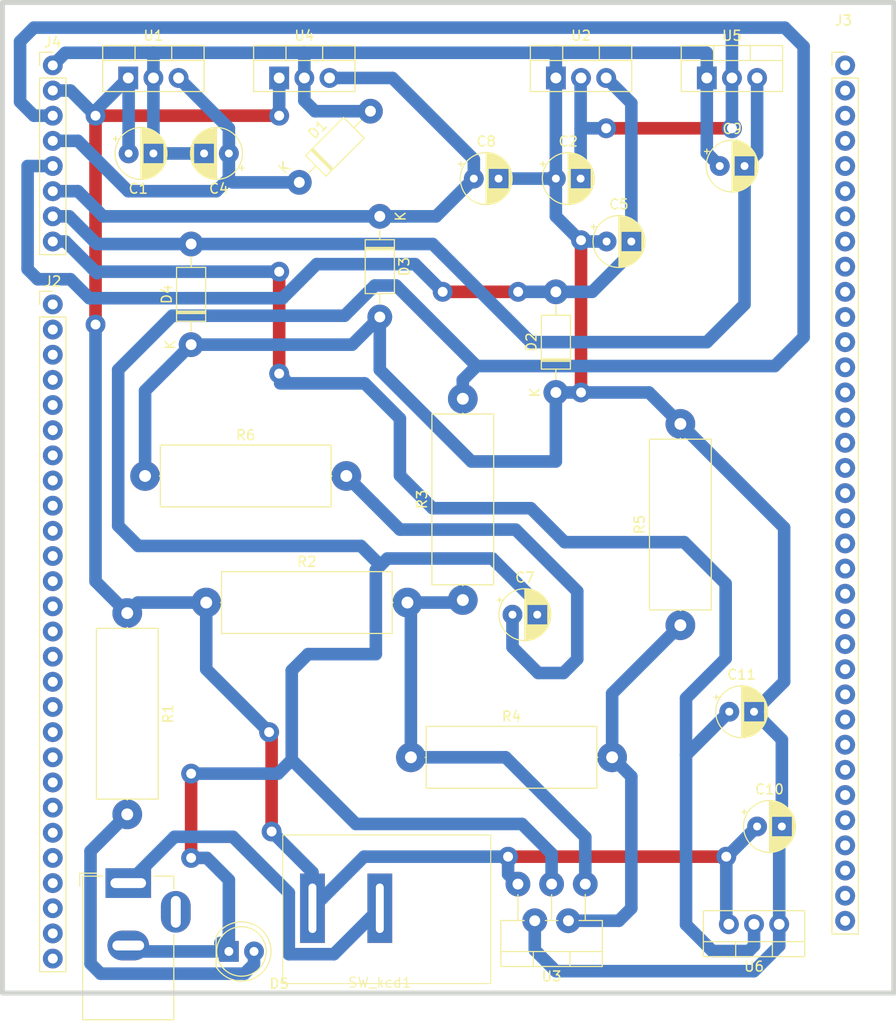
<source format=kicad_pcb>
(kicad_pcb (version 20221018) (generator pcbnew)
  (title_block (title "Fonte de tensao LM675") (date "2023-04-12") (rev "v03") (company "EITduino") (comment 1 "Autor: Gustavo Pinheiro") (comment 2 "reguladores: usar capacitores de tantalo") (comment 3 "Chave gangorra kcd1 no lugar do botao para acionamento"))
  (layers (0 "F.Cu" signal) (31 "B.Cu" signal) (34 "B.Paste" user) (35 "F.Paste" user) (36 "B.SilkS" user "B.Silkscreen") (37 "F.SilkS" user "F.Silkscreen") (38 "B.Mask" user) (39 "F.Mask" user) (44 "Edge.Cuts" user))
  (net 0 "")
  (net 1 "VCC")
  (net 2 "GND")
  (net 3 "Net-(C7-Pad1)")
  (net 4 "Earth")
  (net 5 "+9V")
  (net 6 "-9V")
  (net 7 "+5V")
  (net 8 "-5V")
  (net 9 "+3.3V")
  (net 10 "Net-(D5-A)")
  (net 11 "I1")
  (net 12 "I2")
  (net 13 "Ampl1")
  (net 14 "Ampl2")
  (net 15 "Sin1")
  (net 16 "Sin2")
  (net 42 "SinA")
  (net 43 "SinB")
  (net 44 "SINC")
  (net 45 "SPI_COPI")
  (net 46 "SPI_CIPO")
  (net 47 "SPI_clk")
  (net 48 "CS (AD9833)")
  (net 49 "CS (X9c10x)")
  (net 52 "SCL3")
  (net 53 "SDA3")
  (net 54 "SCL2")
  (net 55 "SDA2")
  (net 56 "SCL1")
  (net 57 "SDA1")
  (net 58 "Net-(U3-+)")
  (net 59 "Net-(U3--)")
  (net 75 "Net-(J1-Pad1)")
  (footprint "Connector_BarrelJack:BarrelJack_GCT_DCJ200-10-A_Horizontal" (layer "F.Cu") (at 114.3 139.7)
    (fp_text reference "J1" hide)
    (fp_text value "Barrel_Jack")
    (pad "1" thru_hole rect (at 0 0) (size 4.6 3) (drill oval 3.6 1) (layers "*.Cu" "*.Mask") (net 75 "Net-(J1-Pad1)"))
    (pad "2" thru_hole oval (at 0 6.3) (size 4.2 3) (drill oval 3.2 1) (layers "*.Cu" "*.Mask") (net 2 "GND"))
    (pad "3" thru_hole oval (at 4.8 2.9) (size 3 4.2) (drill oval 1 3.2) (layers "*.Cu" "*.Mask"))
  )
  (footprint "Package_TO_SOT_THT:TO-220-5_P3.4x3.7mm_StaggerOdd_Lead3.8mm_Vertical" (layer "F.Cu") (at 160.45 139.8 180)
    (fp_text reference "U3" (at 3.4 -9.32) (layer "F.SilkS"))
    (fp_text value "LM675")
    (pad "1" thru_hole circle (at 0 0 180) (size 2.5 2.5) (drill 1.1) (layers "*.Cu" "*.Mask") (net 58 "Net-(U3-+)"))
    (pad "2" thru_hole circle (at 1.7 -3.7 180) (size 2.5 2.5) (drill 1.1) (layers "*.Cu" "*.Mask") (net 59 "Net-(U3--)"))
    (pad "3" thru_hole circle (at 3.4 0 180) (size 2.5 2.5) (drill 1.1) (layers "*.Cu" "*.Mask") (net 2 "GND"))
    (pad "4" thru_hole circle (at 5.1 -3.7 180) (size 2.5 2.5) (drill 1.1) (layers "*.Cu" "*.Mask") (net 4 "Earth"))
    (pad "5" thru_hole circle (at 6.8 0 180) (size 2.5 2.5) (drill 1.1) (layers "*.Cu" "*.Mask") (net 1 "VCC"))
  )
  (footprint "Capacitor_THT:CP_Radial_D5.0mm_P2.50mm" (layer "F.Cu") (at 157.48 68.58)
    (fp_text reference "C2" (at 1.25 -3.75) (layer "F.SilkS"))
    (fp_text value "2.2uF")
    (pad "1" thru_hole circle (at 0 0) (size 2 2) (drill 0.8) (layers "*.Cu" "*.Mask") (net 4 "Earth"))
    (pad "2" thru_hole rect (at 2.5 0) (size 2 2.5) (drill 0.8) (layers "*.Cu" "*.Mask") (net 2 "GND"))
  )
  (footprint "Resistor_THT:R_Axial_DIN0617_L17.0mm_D6.0mm_P20.32mm_Horizontal" (layer "F.Cu") (at 114.2 112.44 -90)
    (fp_text reference "R1" (at 10.16 -4.12 90) (layer "F.SilkS"))
    (fp_text value "1k")
    (pad "1" thru_hole circle (at 0 0 270) (size 3 3) (drill 1.2) (layers "*.Cu" "*.Mask") (net 1 "VCC"))
    (pad "2" thru_hole circle (at 20.32 0 270) (size 3 3) (drill 1.2) (layers "*.Cu" "*.Mask") (net 10 "Net-(D5-A)"))
  )
  (footprint "Diode_THT:D_DO-41_SOD81_P10.16mm_Horizontal" (layer "F.Cu") (at 157.48 90.17 90)
    (fp_text reference "D2" (at 5.08 -2.47 90) (layer "F.SilkS"))
    (fp_text value "1N5819")
    (fp_text user "K" (at 0 -2.1 90) (layer "F.SilkS"))
    (pad "1" thru_hole circle (at 0 0 90) (size 2.5 2.5) (drill 1.1) (layers "*.Cu" "*.Mask") (net 4 "Earth"))
    (pad "2" thru_hole circle (at 10.16 0 90) (size 2.5 2.5) (drill 1.1) (layers "*.Cu" "*.Mask") (net 6 "-9V"))
  )
  (footprint "Package_TO_SOT_THT:TO-220-3_Vertical" (layer "F.Cu") (at 114.3 58.42)
    (fp_text reference "U1" (at 2.54 -4.27) (layer "F.SilkS"))
    (fp_text value "L7809")
    (pad "1" thru_hole rect (at 0 0) (size 2 2.3) (drill 1.1) (layers "*.Cu" "*.Mask") (net 1 "VCC"))
    (pad "2" thru_hole circle (at 2.54 0) (size 2 2) (drill 1.1) (layers "*.Cu" "*.Mask") (net 4 "Earth"))
    (pad "3" thru_hole circle (at 5.08 0) (size 2 2) (drill 1.1) (layers "*.Cu" "*.Mask") (net 5 "+9V"))
  )
  (footprint "Diode_THT:D_DO-41_SOD81_P10.16mm_Horizontal" (layer "F.Cu") (at 120.65 85.344 90)
    (fp_text reference "D4" (at 5.08 -2.47 90) (layer "F.SilkS"))
    (fp_text value "1N5819")
    (fp_text user "K" (at 0 -2.1 90) (layer "F.SilkS"))
    (pad "1" thru_hole circle (at 0 0 90) (size 2.5 2.5) (drill 1.1) (layers "*.Cu" "*.Mask") (net 4 "Earth"))
    (pad "2" thru_hole circle (at 10.16 0 90) (size 2.5 2.5) (drill 1.1) (layers "*.Cu" "*.Mask") (net 8 "-5V"))
  )
  (footprint "Capacitor_THT:CP_Radial_D5.0mm_P2.50mm" (layer "F.Cu") (at 177.8 133.985)
    (fp_text reference "C10" (at 1.25 -3.75) (layer "F.SilkS"))
    (fp_text value "10uF")
    (pad "1" thru_hole circle (at 0 0) (size 2 2) (drill 0.8) (layers "*.Cu" "*.Mask") (net 1 "VCC"))
    (pad "2" thru_hole rect (at 2.5 0) (size 2 2.5) (drill 0.8) (layers "*.Cu" "*.Mask") (net 4 "Earth"))
  )
  (footprint "Connector_PinHeader_2.54mm:PinHeader_1x35_P2.54mm_Vertical" (layer "F.Cu") (at 186.69 57.15)
    (fp_text reference "J3" (at -0.165 -4.535) (layer "F.SilkS"))
    (fp_text value "comunicacao / sinais digitais" hide)
    (pad "1" thru_hole circle (at 0 0) (size 2 2) (drill 1) (layers "*.Cu" "*.Mask") (net 44 "SINC"))
    (pad "2" thru_hole circle (at 0 2.54) (size 2 2) (drill 1) (layers "*.Cu" "*.Mask") (net 45 "SPI_COPI"))
    (pad "3" thru_hole circle (at 0 5.08) (size 2 2) (drill 1) (layers "*.Cu" "*.Mask") (net 46 "SPI_CIPO"))
    (pad "4" thru_hole circle (at 0 7.62) (size 2 2) (drill 1) (layers "*.Cu" "*.Mask") (net 47 "SPI_clk"))
    (pad "5" thru_hole circle (at 0 10.16) (size 2 2) (drill 1) (layers "*.Cu" "*.Mask") (net 48 "CS (AD9833)"))
    (pad "6" thru_hole circle (at 0 12.7) (size 2 2) (drill 1) (layers "*.Cu" "*.Mask") (net 49 "CS (X9c10x)"))
    (pad "7" thru_hole circle (at 0 15.24) (size 2 2) (drill 1) (layers "*.Cu" "*.Mask"))
    (pad "8" thru_hole circle (at 0 17.78) (size 2 2) (drill 1) (layers "*.Cu" "*.Mask"))
    (pad "9" thru_hole circle (at 0 20.32) (size 2 2) (drill 1) (layers "*.Cu" "*.Mask"))
    (pad "10" thru_hole circle (at 0 22.86) (size 2 2) (drill 1) (layers "*.Cu" "*.Mask"))
    (pad "11" thru_hole circle (at 0 25.4) (size 2 2) (drill 1) (layers "*.Cu" "*.Mask"))
    (pad "12" thru_hole circle (at 0 27.94) (size 2 2) (drill 1) (layers "*.Cu" "*.Mask"))
    (pad "13" thru_hole circle (at 0 30.48) (size 2 2) (drill 1) (layers "*.Cu" "*.Mask"))
    (pad "14" thru_hole circle (at 0 33.02) (size 2 2) (drill 1) (layers "*.Cu" "*.Mask"))
    (pad "15" thru_hole circle (at 0 35.56) (size 2 2) (drill 1) (layers "*.Cu" "*.Mask"))
    (pad "16" thru_hole circle (at 0 38.1) (size 2 2) (drill 1) (layers "*.Cu" "*.Mask"))
    (pad "17" thru_hole circle (at 0 40.64) (size 2 2) (drill 1) (layers "*.Cu" "*.Mask"))
    (pad "18" thru_hole circle (at 0 43.18) (size 2 2) (drill 1) (layers "*.Cu" "*.Mask"))
    (pad "19" thru_hole circle (at 0 45.72) (size 2 2) (drill 1) (layers "*.Cu" "*.Mask"))
    (pad "20" thru_hole circle (at 0 48.26) (size 2 2) (drill 1) (layers "*.Cu" "*.Mask"))
    (pad "21" thru_hole circle (at 0 50.8) (size 2 2) (drill 1) (layers "*.Cu" "*.Mask"))
    (pad "22" thru_hole circle (at 0 53.34) (size 2 2) (drill 1) (layers "*.Cu" "*.Mask"))
    (pad "23" thru_hole circle (at 0 55.88) (size 2 2) (drill 1) (layers "*.Cu" "*.Mask"))
    (pad "24" thru_hole circle (at 0 58.42) (size 2 2) (drill 1) (layers "*.Cu" "*.Mask"))
    (pad "25" thru_hole circle (at 0 60.96) (size 2 2) (drill 1) (layers "*.Cu" "*.Mask"))
    (pad "26" thru_hole circle (at 0 63.5) (size 2 2) (drill 1) (layers "*.Cu" "*.Mask"))
    (pad "27" thru_hole circle (at 0 66.04) (size 2 2) (drill 1) (layers "*.Cu" "*.Mask"))
    (pad "28" thru_hole circle (at 0 68.58) (size 2 2) (drill 1) (layers "*.Cu" "*.Mask"))
    (pad "29" thru_hole circle (at 0 71.12) (size 2 2) (drill 1) (layers "*.Cu" "*.Mask"))
    (pad "30" thru_hole circle (at 0 73.66) (size 2 2) (drill 1) (layers "*.Cu" "*.Mask") (net 52 "SCL3"))
    (pad "31" thru_hole circle (at 0 76.2) (size 2 2) (drill 1) (layers "*.Cu" "*.Mask") (net 53 "SDA3"))
    (pad "32" thru_hole circle (at 0 78.74) (size 2 2) (drill 1) (layers "*.Cu" "*.Mask") (net 54 "SCL2"))
    (pad "33" thru_hole circle (at 0 81.28) (size 2 2) (drill 1) (layers "*.Cu" "*.Mask") (net 55 "SDA2"))
    (pad "34" thru_hole circle (at 0 83.82) (size 2 2) (drill 1) (layers "*.Cu" "*.Mask") (net 56 "SCL1"))
    (pad "35" thru_hole circle (at 0 86.36) (size 2 2) (drill 1) (layers "*.Cu" "*.Mask") (net 57 "SDA1"))
  )
  (footprint "Chave_Gangorra:chave gangorra 2 pinos" (layer "F.Cu") (at 139.7 150.24)
    (fp_text reference "SW_kcd1" (at 0 -0.5 unlocked) (layer "F.SilkS") (effects (font (thickness 0.1))))
    (fp_text value "chave_gangorra_2_pinos")
    (pad "1" thru_hole rect (at 0 -8) (size 2.5 7) (drill oval 0.8 5) (layers "*.Cu" "*.Mask") (net 75 "Net-(J1-Pad1)"))
    (pad "2" thru_hole rect (at -6.8 -8) (size 2.5 7) (drill oval 0.8 5) (layers "*.Cu" "*.Mask") (net 1 "VCC"))
  )
  (footprint "Resistor_THT:R_Axial_DIN0617_L17.0mm_D6.0mm_P20.32mm_Horizontal" (layer "F.Cu") (at 142.84 127)
    (fp_text reference "R4" (at 10.16 -4.12) (layer "F.SilkS"))
    (fp_text value "1k")
    (pad "1" thru_hole circle (at 0 0) (size 3 3) (drill 1.2) (layers "*.Cu" "*.Mask") (net 58 "Net-(U3-+)"))
    (pad "2" thru_hole circle (at 20.32 0) (size 3 3) (drill 1.2) (layers "*.Cu" "*.Mask") (net 59 "Net-(U3--)"))
  )
  (footprint "Package_TO_SOT_THT:TO-220-3_Vertical" (layer "F.Cu") (at 180.031112 143.855 180)
    (fp_text reference "U6" (at 2.54 -4.27) (layer "F.SilkS"))
    (fp_text value "LM1117T-3.3")
    (pad "1" thru_hole circle (at 0 0 180) (size 2 2) (drill 1.1) (layers "*.Cu" "*.Mask") (net 4 "Earth"))
    (pad "2" thru_hole circle (at 2.54 0 180) (size 2 2) (drill 1.1) (layers "*.Cu" "*.Mask") (net 9 "+3.3V"))
    (pad "3" thru_hole circle (at 5.08 0 180) (size 2 2) (drill 1.1) (layers "*.Cu" "*.Mask") (net 1 "VCC"))
  )
  (footprint "Capacitor_THT:CP_Radial_D5.0mm_P2.50mm" (layer "F.Cu") (at 174.03 67.31)
    (fp_text reference "C9" (at 1.25 -3.75) (layer "F.SilkS"))
    (fp_text value "1uF")
    (pad "1" thru_hole circle (at 0 0) (size 2 2) (drill 0.8) (layers "*.Cu" "*.Mask") (net 4 "Earth"))
    (pad "2" thru_hole rect (at 2.5 0) (size 2 2.5) (drill 0.8) (layers "*.Cu" "*.Mask") (net 8 "-5V"))
  )
  (footprint "Resistor_THT:R_Axial_DIN0617_L17.0mm_D6.0mm_P20.32mm_Horizontal" (layer "F.Cu") (at 170.053 113.665 90)
    (fp_text reference "R5" (at 10.16 -4.12 90) (layer "F.SilkS"))
    (fp_text value "15k")
    (pad "1" thru_hole circle (at 0 0 90) (size 3 3) (drill 1.2) (layers "*.Cu" "*.Mask") (net 59 "Net-(U3--)"))
    (pad "2" thru_hole circle (at 20.32 0 90) (size 3 3) (drill 1.2) (layers "*.Cu" "*.Mask") (net 4 "Earth"))
  )
  (footprint "Package_TO_SOT_THT:TO-220-3_Vertical" (layer "F.Cu") (at 157.48 58.42)
    (fp_text reference "U2" (at 2.54 -4.27) (layer "F.SilkS"))
    (fp_text value "LM7909_TO220")
    (pad "1" thru_hole rect (at 0 0) (size 2 2.3) (drill 1.1) (layers "*.Cu" "*.Mask") (net 4 "Earth"))
    (pad "2" thru_hole circle (at 2.54 0) (size 2 2) (drill 1.1) (layers "*.Cu" "*.Mask") (net 2 "GND"))
    (pad "3" thru_hole circle (at 5.08 0) (size 2 2) (drill 1.1) (layers "*.Cu" "*.Mask") (net 6 "-9V"))
  )
  (footprint "Capacitor_THT:CP_Radial_D5.0mm_P2.50mm" (layer "F.Cu") (at 149.194888 68.58)
    (fp_text reference "C8" (at 1.25 -3.75) (layer "F.SilkS"))
    (fp_text value "0.1uF")
    (pad "1" thru_hole circle (at 0 0) (size 2 2) (drill 0.8) (layers "*.Cu" "*.Mask") (net 7 "+5V"))
    (pad "2" thru_hole rect (at 2.5 0) (size 2 2.5) (drill 0.8) (layers "*.Cu" "*.Mask") (net 4 "Earth"))
  )
  (footprint "Connector_PinHeader_2.54mm:PinHeader_1x08_P2.54mm_Vertical" (layer "F.Cu") (at 106.68 57.15)
    (fp_text reference "J4" (at 0 -2.33) (layer "F.SilkS"))
    (fp_text value "tensoes")
    (pad "1" thru_hole circle (at 0 0) (size 2 2) (drill 1) (layers "*.Cu" "*.Mask") (net 4 "Earth"))
    (pad "2" thru_hole circle (at 0 2.54) (size 2 2) (drill 1) (layers "*.Cu" "*.Mask") (net 1 "VCC"))
    (pad "3" thru_hole circle (at 0 5.08) (size 2 2) (drill 1) (layers "*.Cu" "*.Mask") (net 2 "GND"))
    (pad "4" thru_hole circle (at 0 7.62) (size 2 2) (drill 1) (layers "*.Cu" "*.Mask") (net 5 "+9V"))
    (pad "5" thru_hole circle (at 0 10.16) (size 2 2) (drill 1) (layers "*.Cu" "*.Mask") (net 6 "-9V"))
    (pad "6" thru_hole circle (at 0 12.7) (size 2 2) (drill 1) (layers "*.Cu" "*.Mask") (net 7 "+5V"))
    (pad "7" thru_hole circle (at 0 15.24) (size 2 2) (drill 1) (layers "*.Cu" "*.Mask") (net 8 "-5V"))
    (pad "8" thru_hole circle (at 0 17.78) (size 2 2) (drill 1) (layers "*.Cu" "*.Mask") (net 9 "+3.3V"))
  )
  (footprint "Connector_PinHeader_2.54mm:PinHeader_1x27_P2.54mm_Vertical" (layer "F.Cu") (at 106.68 81.28)
    (fp_text reference "J2" (at 0 -2.33) (layer "F.SilkS"))
    (fp_text value "sinais analogicos")
    (pad "1" thru_hole circle (at 0 0) (size 2 2) (drill 1) (layers "*.Cu" "*.Mask"))
    (pad "2" thru_hole circle (at 0 2.54) (size 2 2) (drill 1) (layers "*.Cu" "*.Mask"))
    (pad "3" thru_hole circle (at 0 5.08) (size 2 2) (drill 1) (layers "*.Cu" "*.Mask"))
    (pad "4" thru_hole circle (at 0 7.62) (size 2 2) (drill 1) (layers "*.Cu" "*.Mask"))
    (pad "5" thru_hole circle (at 0 10.16) (size 2 2) (drill 1) (layers "*.Cu" "*.Mask"))
    (pad "6" thru_hole circle (at 0 12.7) (size 2 2) (drill 1) (layers "*.Cu" "*.Mask"))
    (pad "7" thru_hole circle (at 0 15.24) (size 2 2) (drill 1) (layers "*.Cu" "*.Mask"))
    (pad "8" thru_hole circle (at 0 17.78) (size 2 2) (drill 1) (layers "*.Cu" "*.Mask"))
    (pad "9" thru_hole circle (at 0 20.32) (size 2 2) (drill 1) (layers "*.Cu" "*.Mask"))
    (pad "10" thru_hole circle (at 0 22.86) (size 2 2) (drill 1) (layers "*.Cu" "*.Mask"))
    (pad "11" thru_hole circle (at 0 25.4) (size 2 2) (drill 1) (layers "*.Cu" "*.Mask"))
    (pad "12" thru_hole circle (at 0 27.94) (size 2 2) (drill 1) (layers "*.Cu" "*.Mask"))
    (pad "13" thru_hole circle (at 0 30.48) (size 2 2) (drill 1) (layers "*.Cu" "*.Mask"))
    (pad "14" thru_hole circle (at 0 33.02) (size 2 2) (drill 1) (layers "*.Cu" "*.Mask"))
    (pad "15" thru_hole circle (at 0 35.56) (size 2 2) (drill 1) (layers "*.Cu" "*.Mask"))
    (pad "16" thru_hole circle (at 0 38.1) (size 2 2) (drill 1) (layers "*.Cu" "*.Mask"))
    (pad "17" thru_hole circle (at 0 40.64) (size 2 2) (drill 1) (layers "*.Cu" "*.Mask"))
    (pad "18" thru_hole circle (at 0 43.18) (size 2 2) (drill 1) (layers "*.Cu" "*.Mask"))
    (pad "19" thru_hole circle (at 0 45.72) (size 2 2) (drill 1) (layers "*.Cu" "*.Mask"))
    (pad "20" thru_hole circle (at 0 48.26) (size 2 2) (drill 1) (layers "*.Cu" "*.Mask") (net 11 "I1"))
    (pad "21" thru_hole circle (at 0 50.8) (size 2 2) (drill 1) (layers "*.Cu" "*.Mask") (net 12 "I2"))
    (pad "22" thru_hole circle (at 0 53.34) (size 2 2) (drill 1) (layers "*.Cu" "*.Mask") (net 13 "Ampl1"))
    (pad "23" thru_hole circle (at 0 55.88) (size 2 2) (drill 1) (layers "*.Cu" "*.Mask") (net 14 "Ampl2"))
    (pad "24" thru_hole circle (at 0 58.42) (size 2 2) (drill 1) (layers "*.Cu" "*.Mask") (net 15 "Sin1"))
    (pad "25" thru_hole circle (at 0 60.96) (size 2 2) (drill 1) (layers "*.Cu" "*.Mask") (net 16 "Sin2"))
    (pad "26" thru_hole circle (at 0 63.5) (size 2 2) (drill 1) (layers "*.Cu" "*.Mask") (net 42 "SinA"))
    (pad "27" thru_hole circle (at 0 66.04) (size 2 2) (drill 1) (layers "*.Cu" "*.Mask") (net 43 "SinB"))
  )
  (footprint "Resistor_THT:R_Axial_DIN0617_L17.0mm_D6.0mm_P20.32mm_Horizontal" (layer "F.Cu") (at 122.174 111.379)
    (fp_text reference "R2" (at 10.16 -4.12) (layer "F.SilkS"))
    (fp_text value "22k")
    (pad "1" thru_hole circle (at 0 0) (size 3 3) (drill 1.2) (layers "*.Cu" "*.Mask") (net 1 "VCC"))
    (pad "2" thru_hole circle (at 20.32 0) (size 3 3) (drill 1.2) (layers "*.Cu" "*.Mask") (net 58 "Net-(U3-+)"))
  )
  (footprint "Package_TO_SOT_THT:TO-220-3_Vertical" (layer "F.Cu") (at 129.54 58.42)
    (fp_text reference "U4" (at 2.54 -4.27) (layer "F.SilkS"))
    (fp_text value "L7805")
    (pad "1" thru_hole rect (at 0 0) (size 2 2.3) (drill 1.1) (layers "*.Cu" "*.Mask") (net 1 "VCC"))
    (pad "2" thru_hole circle (at 2.54 0) (size 2 2) (drill 1.1) (layers "*.Cu" "*.Mask") (net 4 "Earth"))
    (pad "3" thru_hole circle (at 5.08 0) (size 2 2) (drill 1.1) (layers "*.Cu" "*.Mask") (net 7 "+5V"))
  )
  (footprint "Capacitor_THT:CP_Radial_D5.0mm_P2.50mm" (layer "F.Cu") (at 162.6 74.93)
    (fp_text reference "C5" (at 1.25 -3.75) (layer "F.SilkS"))
    (fp_text value "1uF")
    (pad "1" thru_hole circle (at 0 0) (size 2 2) (drill 0.8) (layers "*.Cu" "*.Mask") (net 4 "Earth"))
    (pad "2" thru_hole rect (at 2.5 0) (size 2 2.5) (drill 0.8) (layers "*.Cu" "*.Mask") (net 6 "-9V"))
  )
  (footprint "Package_TO_SOT_THT:TO-220-3_Vertical" (layer "F.Cu") (at 172.72 58.42)
    (fp_text reference "U5" (at 2.54 -4.27) (layer "F.SilkS"))
    (fp_text value "L7905")
    (pad "1" thru_hole rect (at 0 0) (size 2 2.3) (drill 1.1) (layers "*.Cu" "*.Mask") (net 4 "Earth"))
    (pad "2" thru_hole circle (at 2.54 0) (size 2 2) (drill 1.1) (layers "*.Cu" "*.Mask") (net 2 "GND"))
    (pad "3" thru_hole circle (at 5.08 0) (size 2 2) (drill 1.1) (layers "*.Cu" "*.Mask") (net 8 "-5V"))
  )
  (footprint "Capacitor_THT:CP_Radial_D5.0mm_P2.50mm" (layer "F.Cu") (at 153.1 112.6)
    (fp_text reference "C7" (at 1.25 -3.75) (layer "F.SilkS"))
    (fp_text value "2.2uF")
    (pad "1" thru_hole circle (at 0 0) (size 2 2) (drill 0.8) (layers "*.Cu" "*.Mask") (net 3 "Net-(C7-Pad1)"))
    (pad "2" thru_hole rect (at 2.5 0) (size 2 2.5) (drill 0.8) (layers "*.Cu" "*.Mask") (net 2 "GND"))
  )
  (footprint "Capacitor_THT:CP_Radial_D5.0mm_P2.50mm" (layer "F.Cu") (at 114.34 66.04)
    (fp_text reference "C1" (at 0.976 3.556) (layer "F.SilkS"))
    (fp_text value "0.33uF")
    (pad "1" thru_hole circle (at 0 0) (size 2 2) (drill 0.8) (layers "*.Cu" "*.Mask") (net 1 "VCC"))
    (pad "2" thru_hole rect (at 2.5 0) (size 2 2.5) (drill 0.8) (layers "*.Cu" "*.Mask") (net 4 "Earth"))
  )
  (footprint "Resistor_THT:R_Axial_DIN0617_L17.0mm_D6.0mm_P20.32mm_Horizontal" (layer "F.Cu") (at 148.082 111.125 90)
    (fp_text reference "R3" (at 10.16 -4.12 90) (layer "F.SilkS"))
    (fp_text value "22k")
    (pad "1" thru_hole circle (at 0 0 90) (size 3 3) (drill 1.2) (layers "*.Cu" "*.Mask") (net 58 "Net-(U3-+)"))
    (pad "2" thru_hole circle (at 20.32 0 90) (size 3 3) (drill 1.2) (layers "*.Cu" "*.Mask") (net 2 "GND"))
  )
  (footprint "Diode_THT:D_DO-41_SOD81_P10.16mm_Horizontal" (layer "F.Cu") (at 139.7 72.39 -90)
    (fp_text reference "D3" (at 5.08 -2.47 90) (layer "F.SilkS"))
    (fp_text value "1N5819")
    (fp_text user "K" (at 0 -2.1 90) (layer "F.SilkS"))
    (pad "1" thru_hole circle (at 0 0 270) (size 2.5 2.5) (drill 1.1) (layers "*.Cu" "*.Mask") (net 7 "+5V"))
    (pad "2" thru_hole circle (at 10.16 0 270) (size 2.5 2.5) (drill 1.1) (layers "*.Cu" "*.Mask") (net 4 "Earth"))
  )
  (footprint "Capacitor_THT:CP_Radial_D5.0mm_P2.50mm" (layer "F.Cu") (at 174.991112 122.4)
    (fp_text reference "C11" (at 1.25 -3.75) (layer "F.SilkS"))
    (fp_text value "10uF")
    (pad "1" thru_hole circle (at 0 0) (size 2 2) (drill 0.8) (layers "*.Cu" "*.Mask") (net 9 "+3.3V"))
    (pad "2" thru_hole rect (at 2.5 0) (size 2 2.5) (drill 0.8) (layers "*.Cu" "*.Mask") (net 4 "Earth"))
  )
  (footprint "Resistor_THT:R_Axial_DIN0617_L17.0mm_D6.0mm_P20.32mm_Horizontal" (layer "F.Cu") (at 116 98.6)
    (fp_text reference "R6" (at 10.16 -4.12) (layer "F.SilkS"))
    (fp_text value "1")
    (pad "1" thru_hole circle (at 0 0) (size 3 3) (drill 1.2) (layers "*.Cu" "*.Mask") (net 4 "Earth"))
    (pad "2" thru_hole circle (at 20.32 0) (size 3 3) (drill 1.2) (layers "*.Cu" "*.Mask") (net 3 "Net-(C7-Pad1)"))
  )
  (footprint "Capacitor_THT:CP_Radial_D5.0mm_P2.50mm" (layer "F.Cu") (at 124.46 66.04 180)
    (fp_text reference "C4" (at 1.016 -3.556) (layer "F.SilkS"))
    (fp_text value "0.1uF")
    (pad "1" thru_hole circle (at 0 0 180) (size 2 2) (drill 0.8) (layers "*.Cu" "*.Mask") (net 5 "+9V"))
    (pad "2" thru_hole rect (at 2.5 0 180) (size 2 2.5) (drill 0.8) (layers "*.Cu" "*.Mask") (net 4 "Earth"))
  )
  (footprint "Diode_THT:D_DO-41_SOD81_P10.16mm_Horizontal" (layer "F.Cu") (at 131.572 68.961 45)
    (fp_text reference "D1" (at 5.08 -2.47 45) (layer "F.SilkS"))
    (fp_text value "1N5819")
    (fp_text user "K" (at 0 -2.1 45) (layer "F.SilkS"))
    (pad "1" thru_hole circle (at 0 0 45) (size 2.5 2.5) (drill 1.1) (layers "*.Cu" "*.Mask") (net 5 "+9V"))
    (pad "2" thru_hole circle (at 10.16 0 45) (size 2.5 2.5) (drill 1.1) (layers "*.Cu" "*.Mask") (net 4 "Earth"))
  )
  (footprint "LED_THT:LED_D5.0mm" (layer "F.Cu") (at 124.46 146.6)
    (fp_text reference "D5" (at 5.08 3.26) (layer "F.SilkS"))
    (fp_text value "LED")
    (pad "1" thru_hole rect (at 0 0) (size 2 2.1) (drill 0.9) (layers "*.Cu" "*.Mask") (net 2 "GND"))
    (pad "2" thru_hole circle (at 2.54 0) (size 2 2) (drill 0.9) (layers "*.Cu" "*.Mask") (net 10 "Net-(D5-A)"))
  )
  (gr_line (start 191.6 150.7998) (end 101.60018 150.7998) (stroke (width 0.5)) (layer "Edge.Cuts"))
  (gr_line (start 191.6 150.8) (end 191.6 50.8) (stroke (width 0.5)) (layer "Edge.Cuts"))
  (gr_line (start 101.6 50.8) (end 191.6 50.8) (stroke (width 0.5)) (layer "Edge.Cuts"))
  (gr_line (start 101.6 50.8) (end 101.6 150.7998) (stroke (width 0.5)) (layer "Edge.Cuts"))
  (segment (start 128.524 124.46) (end 128.778 124.714) (width 1.27) (layer "F.Cu") (net 1))
  (segment (start 110.998 62.23) (end 110.998 83.312) (width 1.27) (layer "F.Cu") (net 1))
  (segment (start 128.778 124.714) (end 128.778 134.493) (width 1.27) (layer "F.Cu") (net 1))
  (segment (start 152.654 137.033) (end 174.687112 137.033) (width 1.27) (layer "F.Cu") (net 1))
  (segment (start 110.998 62.23) (end 129.54 62.23) (width 1.27) (layer "F.Cu") (net 1))
  (via (at 110.998 62.23) (size 2) (drill 1) (layers "F.Cu" "B.Cu") (net 1))
  (via (at 174.687112 137.033) (size 2) (drill 1) (layers "F.Cu" "B.Cu") (net 1))
  (via (at 129.54 62.23) (size 2) (drill 1) (layers "F.Cu" "B.Cu") (net 1))
  (via (at 152.654 137.033) (size 2) (drill 1) (layers "F.Cu" "B.Cu") (net 1))
  (via (at 110.998 83.312) (size 2) (drill 1) (layers "F.Cu" "B.Cu") (net 1))
  (via (at 128.524 124.46) (size 2) (drill 1) (layers "F.Cu" "B.Cu") (net 1))
  (via (at 128.778 134.493) (size 2) (drill 1) (layers "F.Cu" "B.Cu") (net 1))
  (segment (start 152.654 138.804) (end 153.65 139.8) (width 1.27) (layer "B.Cu") (net 1))
  (segment (start 110.998 83.312) (end 110.998 109.238) (width 1.27) (layer "B.Cu") (net 1))
  (segment (start 128.524 124.46) (end 122.174 118.11) (width 1.27) (layer "B.Cu") (net 1))
  (segment (start 108.458 59.69) (end 106.68 59.69) (width 1.27) (layer "B.Cu") (net 1))
  (segment (start 122.174 111.379) (end 115.261 111.379) (width 1.27) (layer "B.Cu") (net 1))
  (segment (start 174.752 137.033) (end 177.8 133.985) (width 1.27) (layer "B.Cu") (net 1))
  (segment (start 110.998 62.23) (end 108.458 59.69) (width 1.27) (layer "B.Cu") (net 1))
  (segment (start 152.654 137.033) (end 152.654 138.804) (width 1.27) (layer "B.Cu") (net 1))
  (segment (start 174.687112 143.591) (end 174.951112 143.855) (width 1.27) (layer "B.Cu") (net 1))
  (segment (start 129.54 62.23) (end 129.54 58.42) (width 1.27) (layer "B.Cu") (net 1))
  (segment (start 174.687112 137.033) (end 174.752 137.033) (width 1.27) (layer "B.Cu") (net 1))
  (segment (start 174.687112 137.033) (end 174.687112 143.591) (width 1.27) (layer "B.Cu") (net 1))
  (segment (start 115.261 111.379) (end 114.2 112.44) (width 1.27) (layer "B.Cu") (net 1))
  (segment (start 114.34 66.04) (end 114.34 58.46) (width 1.27) (layer "B.Cu") (net 1))
  (segment (start 138.107 137.033) (end 152.654 137.033) (width 1.27) (layer "B.Cu") (net 1))
  (segment (start 132.9 142.24) (end 138.107 137.033) (width 1.27) (layer "B.Cu") (net 1))
  (segment (start 114.34 58.46) (end 114.3 58.42) (width 1.27) (layer "B.Cu") (net 1))
  (segment (start 122.174 118.11) (end 122.174 111.379) (width 1.27) (layer "B.Cu") (net 1))
  (segment (start 132.9 138.615) (end 128.778 134.493) (width 1.27) (layer "B.Cu") (net 1))
  (segment (start 110.998 62.23) (end 110.998 61.722) (width 1.27) (layer "B.Cu") (net 1))
  (segment (start 132.9 142.24) (end 132.9 138.615) (width 1.27) (layer "B.Cu") (net 1))
  (segment (start 110.998 109.238) (end 114.2 112.44) (width 1.27) (layer "B.Cu") (net 1))
  (segment (start 110.998 61.722) (end 114.3 58.42) (width 1.27) (layer "B.Cu") (net 1))
  (segment (start 120.65 128.651) (end 120.65 137.16) (width 1.27) (layer "F.Cu") (net 2))
  (segment (start 175.26 63.5) (end 162.56 63.5) (width 1.27) (layer "F.Cu") (net 2))
  (via (at 175.26 63.5) (size 2) (drill 1) (layers "F.Cu" "B.Cu") (net 2))
  (via (at 162.56 63.5) (size 2) (drill 1) (layers "F.Cu" "B.Cu") (net 2))
  (via (at 120.65 128.651) (size 2) (drill 1) (layers "F.Cu" "B.Cu") (net 2))
  (via (at 120.65 137.16) (size 2) (drill 1) (layers "F.Cu" "B.Cu") (net 2))
  (segment (start 122.24 137.16) (end 124.46 139.38) (width 1.27) (layer "B.Cu") (net 2))
  (segment (start 154.051 133.731) (end 137.287 133.731) (width 1.27) (layer "B.Cu") (net 2))
  (segment (start 180.594 53.34) (end 182.499 55.245) (width 1.27) (layer "B.Cu") (net 2))
  (segment (start 130.81 118.237) (end 132.461 116.586) (width 1.27) (layer "B.Cu") (net 2))
  (segment (start 120.65 137.16) (end 122.24 137.16) (width 1.27) (layer "B.Cu") (net 2))
  (segment (start 118.745 82.423) (end 136.144 82.423) (width 1.27) (layer "B.Cu") (net 2))
  (segment (start 151.06537 106.934) (end 155.6 111.46863) (width 1.27) (layer "B.Cu") (net 2))
  (segment (start 140.462 106.934) (end 151.06537 106.934) (width 1.27) (layer "B.Cu") (net 2))
  (segment (start 157.05 136.73) (end 154.051 133.731) (width 1.27) (layer "B.Cu") (net 2))
  (segment (start 175.26 63.5) (end 175.26 58.42) (width 1.27) (layer "B.Cu") (net 2))
  (segment (start 113.284 103.632) (end 113.284 87.884) (width 1.27) (layer "B.Cu") (net 2))
  (segment (start 160.02 68.54) (end 159.98 68.58) (width 1.27) (layer "B.Cu") (net 2))
  (segment (start 114.9 146.6) (end 114.3 146) (width 1.27) (layer "B.Cu") (net 2))
  (segment (start 136.144 82.423) (end 139.192 79.375) (width 1.27) (layer "B.Cu") (net 2))
  (segment (start 139.3 108.096) (end 139.7635 107.6325) (width 1.27) (layer "B.Cu") (net 2))
  (segment (start 157.05 139.8) (end 157.05 136.73) (width 1.27) (layer "B.Cu") (net 2))
  (segment (start 159.98 58.46) (end 160.02 58.42) (width 1.27) (layer "B.Cu") (net 2))
  (segment (start 175.26 53.34) (end 175.26 58.42) (width 1.27) (layer "B.Cu") (net 2))
  (segment (start 139.192 79.375) (end 141.351 79.375) (width 1.27) (layer "B.Cu") (net 2))
  (segment (start 113.284 87.884) (end 118.745 82.423) (width 1.27) (layer "B.Cu") (net 2))
  (segment (start 179.578 87.503) (end 182.499 84.582) (width 1.27) (layer "B.Cu") (net 2))
  (segment (start 139.7635 107.6325) (end 137.795 105.664) (width 1.27) (layer "B.Cu") (net 2))
  (segment (start 182.499 84.582) (end 182.499 55.245) (width 1.27) (layer "B.Cu") (net 2))
  (segment (start 132.461 116.586) (end 139.3 116.586) (width 1.27) (layer "B.Cu") (net 2))
  (segment (start 103.378 60.833) (end 103.378 54.737) (width 1.27) (layer "B.Cu") (net 2))
  (segment (start 175.26 53.34) (end 180.594 53.34) (width 1.27) (layer "B.Cu") (net 2))
  (segment (start 159.98 63.5) (end 159.98 58.46) (width 1.27) (layer "B.Cu") (net 2))
  (segment (start 104.775 62.23) (end 103.378 60.833) (width 1.27) (layer "B.Cu") (net 2))
  (segment (start 123.6 145.74) (end 124.46 146.6) (width 1.27) (layer "B.Cu") (net 2))
  (segment (start 141.351 79.375) (end 149.479 87.503) (width 1.27) (layer "B.Cu") (net 2))
  (segment (start 130.81 127.254) (end 130.81 118.237) (width 1.27) (layer "B.Cu") (net 2))
  (segment (start 115.316 105.664) (end 113.284 103.632) (width 1.27) (layer "B.Cu") (net 2))
  (segment (start 124.46 139.38) (end 124.46 146.6) (width 1.27) (layer "B.Cu") (net 2))
  (segment (start 106.68 62.23) (end 104.775 62.23) (width 1.27) (layer "B.Cu") (net 2))
  (segment (start 139.3 116.586) (end 139.3 108.096) (width 1.27) (layer "B.Cu") (net 2))
  (segment (start 159.98 68.58) (end 159.98 63.5) (width 1.27) (layer "B.Cu") (net 2))
  (segment (start 148.082 88.9) (end 149.479 87.503) (width 1.27) (layer "B.Cu") (net 2))
  (segment (start 137.795 105.664) (end 115.316 105.664) (width 1.27) (layer "B.Cu") (net 2))
  (segment (start 104.775 53.34) (end 175.26 53.34) (width 1.27) (layer "B.Cu") (net 2))
  (segment (start 103.378 54.737) (end 104.775 53.34) (width 1.27) (layer "B.Cu") (net 2))
  (segment (start 139.7635 107.6325) (end 140.462 106.934) (width 1.27) (layer "B.Cu") (net 2))
  (segment (start 155.6 111.46863) (end 155.6 112.6) (width 1.27) (layer "B.Cu") (net 2))
  (segment (start 120.65 128.651) (end 129.413 128.651) (width 1.27) (layer "B.Cu") (net 2))
  (segment (start 124.46 146.6) (end 114.9 146.6) (width 1.27) (layer "B.Cu") (net 2))
  (segment (start 148.082 90.805) (end 148.082 88.9) (width 1.27) (layer "B.Cu") (net 2))
  (segment (start 149.479 87.503) (end 179.578 87.503) (width 1.27) (layer "B.Cu") (net 2))
  (segment (start 137.287 133.731) (end 130.81 127.254) (width 1.27) (layer "B.Cu") (net 2))
  (segment (start 129.413 128.651) (end 130.81 127.254) (width 1.27) (layer "B.Cu") (net 2))
  (segment (start 162.56 63.5) (end 159.98 63.5) (width 1.27) (layer "B.Cu") (net 2))
  (segment (start 153.416 104.013) (end 141.732 104.013) (width 1.27) (layer "B.Cu") (net 3))
  (segment (start 139.065 101.345) (end 139.065 101.346) (width 1.27) (layer "B.Cu") (net 3))
  (segment (start 153.1 115.889) (end 155.702 118.491) (width 1.27) (layer "B.Cu") (net 3))
  (segment (start 153.1 112.6) (end 153.1 115.889) (width 1.27) (layer "B.Cu") (net 3))
  (segment (start 159.639 117.094) (end 159.639 110.236) (width 1.27) (layer "B.Cu") (net 3))
  (segment (start 139.065 101.345) (end 136.32 98.6) (width 1.27) (layer "B.Cu") (net 3))
  (segment (start 139.065 101.346) (end 141.732 104.013) (width 1.27) (layer "B.Cu") (net 3))
  (segment (start 155.702 118.491) (end 158.242 118.491) (width 1.27) (layer "B.Cu") (net 3))
  (segment (start 159.639 110.236) (end 153.416 104.013) (width 1.27) (layer "B.Cu") (net 3))
  (segment (start 158.242 118.491) (end 159.639 117.094) (width 1.27) (layer "B.Cu") (net 3))
  (segment (start 160.02 74.803) (end 160.02 90.17) (width 1.27) (layer "F.Cu") (net 4))
  (via (at 160.02 74.803) (size 2) (drill 1) (layers "F.Cu" "B.Cu") (net 4))
  (via (at 160.02 90.17) (size 2) (drill 1) (layers "F.Cu" "B.Cu") (net 4))
  (segment (start 157.48 72.39) (end 157.48 68.58) (width 1.27) (layer "B.Cu") (net 4))
  (segment (start 162.6 74.93) (end 160.02 74.93) (width 1.27) (layer "B.Cu") (net 4))
  (segment (start 160.02 74.93) (end 157.48 72.39) (width 1.27) (layer "B.Cu") (net 4))
  (segment (start 132.08 55.88) (end 157.48 55.88) (width 1.27) (layer "B.Cu") (net 4))
  (segment (start 148.952 97.136) (end 139.7 87.884) (width 1.27) (layer "B.Cu") (net 4))
  (segment (start 132.08 55.88) (end 132.08 58.42) (width 1.27) (layer "B.Cu") (net 4))
  (segment (start 136.906 85.344) (end 139.7 82.55) (width 1.27) (layer "B.Cu") (net 4))
  (segment (start 139.7 87.884) (end 139.7 82.55) (width 1.27) (layer "B.Cu") (net 4))
  (segment (start 132.08 60.706) (end 133.150795 61.776795) (width 1.27) (layer "B.Cu") (net 4))
  (segment (start 116 89.994) (end 120.65 85.344) (width 1.27) (layer "B.Cu") (net 4))
  (segment (start 172.72 58.42) (end 172.72 66) (width 1.27) (layer "B.Cu") (net 4))
  (segment (start 180.529112 119.362) (end 177.491112 122.4) (width 1.27) (layer "B.Cu") (net 4))
  (segment (start 116.84 55.88) (end 132.08 55.88) (width 1.27) (layer "B.Cu") (net 4))
  (segment (start 160.02 90.17) (end 166.878 90.17) (width 1.27) (layer "B.Cu") (net 4))
  (segment (start 116 98.6) (end 116 89.994) (width 1.27) (layer "B.Cu") (net 4))
  (segment (start 157.48 55.88) (end 172.72 55.88) (width 1.27) (layer "B.Cu") (net 4))
  (segment (start 170.053 93.345) (end 180.529112 103.821112) (width 1.27) (layer "B.Cu") (net 4))
  (segment (start 180.031112 146.04) (end 180.031112 143.855) (width 1.27) (layer "B.Cu") (net 4))
  (segment (start 106.68 57.15) (end 107.95 55.88) (width 1.27) (layer "B.Cu") (net 4))
  (segment (start 133.150795 61.776795) (end 138.756205 61.776795) (width 1.27) (layer "B.Cu") (net 4))
  (segment (start 121.96 66.04) (end 116.84 66.04) (width 1.27) (layer "B.Cu") (net 4))
  (segment (start 166.878 90.17) (end 170.053 93.345) (width 1.27) (layer "B.Cu") (net 4))
  (segment (start 132.08 58.42) (end 132.08 60.706) (width 1.27) (layer "B.Cu") (net 4))
  (segment (start 157.48 148.59) (end 177.481112 148.59) (width 1.27) (layer "B.Cu") (net 4))
  (segment (start 157.48 97.136) (end 148.952 97.136) (width 1.27) (layer "B.Cu") (net 4))
  (segment (start 177.481112 148.59) (end 180.031112 146.04) (width 1.27) (layer "B.Cu") (net 4))
  (segment (start 155.35 146.46) (end 157.48 148.59) (width 1.27) (layer "B.Cu") (net 4))
  (segment (start 107.95 55.88) (end 116.84 55.88) (width 1.27) (layer "B.Cu") (net 4))
  (segment (start 180.031112 134.253888) (end 180.3 133.985) (width 1.27) (layer "B.Cu") (net 4))
  (segment (start 151.694888 68.58) (end 157.48 68.58) (width 1.27) (layer "B.Cu") (net 4))
  (segment (start 180.529112 103.821112) (end 180.529112 119.362) (width 1.27) (layer "B.Cu") (net 4))
  (segment (start 157.48 58.42) (end 157.48 68.58) (width 1.27) (layer "B.Cu") (net 4))
  (segment (start 120.65 85.344) (end 136.906 85.344) (width 1.27) (layer "B.Cu") (net 4))
  (segment (start 157.48 55.88) (end 157.48 58.42) (width 1.27) (layer "B.Cu") (net 4))
  (segment (start 180.031112 143.855) (end 180.031112 134.253888) (width 1.27) (layer "B.Cu") (net 4))
  (segment (start 157.48 90.17) (end 157.48 97.136) (width 1.27) (layer "B.Cu") (net 4))
  (segment (start 180.3 133.985) (end 180.3 125.208888) (width 1.27) (layer "B.Cu") (net 4))
  (segment (start 172.72 66) (end 174.03 67.31) (width 1.27) (layer "B.Cu") (net 4))
  (segment (start 116.84 66.04) (end 116.84 58.42) (width 1.27) (layer "B.Cu") (net 4))
  (segment (start 180.3 125.208888) (end 177.491112 122.4) (width 1.27) (layer "B.Cu") (net 4))
  (segment (start 155.35 146.46) (end 155.35 143.5) (width 1.27) (layer "B.Cu") (net 4))
  (segment (start 116.84 55.88) (end 116.84 58.42) (width 1.27) (layer "B.Cu") (net 4))
  (segment (start 172.72 55.88) (end 172.72 58.42) (width 1.27) (layer "B.Cu") (net 4))
  (segment (start 160.02 90.17) (end 157.48 90.17) (width 1.27) (layer "B.Cu") (net 4))
  (segment (start 106.68 64.77) (end 109.22 64.77) (width 1.27) (layer "B.Cu") (net 5))
  (segment (start 124.46 63.5) (end 124.46 66.04) (width 1.27) (layer "B.Cu") (net 5))
  (segment (start 131.572 68.961) (end 124.841 68.961) (width 1.27) (layer "B.Cu") (net 5))
  (segment (start 119.38 58.42) (end 124.46 63.5) (width 1.27) (layer "B.Cu") (net 5))
  (segment (start 124.46 68.58) (end 124.46 66.04) (width 1.27) (layer "B.Cu") (net 5))
  (segment (start 114.3 69.85) (end 123.19 69.85) (width 1.27) (layer "B.Cu") (net 5))
  (segment (start 123.19 69.85) (end 124.46 68.58) (width 1.27) (layer "B.Cu") (net 5))
  (segment (start 124.841 68.961) (end 124.46 68.58) (width 1.27) (layer "B.Cu") (net 5))
  (segment (start 109.22 64.77) (end 114.3 69.85) (width 1.27) (layer "B.Cu") (net 5))
  (segment (start 153.67 80.01) (end 146.05 80.01) (width 1.27) (layer "F.Cu") (net 6))
  (via (at 153.67 80.01) (size 2) (drill 1) (layers "F.Cu" "B.Cu") (net 6))
  (via (at 146.05 80.01) (size 2) (drill 1) (layers "F.Cu" "B.Cu") (net 6))
  (segment (start 108.458 78.74) (end 105.156 78.74) (width 1.27) (layer "B.Cu") (net 6))
  (segment (start 110.371 80.653) (end 108.458 78.74) (width 1.27) (layer "B.Cu") (net 6))
  (segment (start 157.48 80.01) (end 161.15137 80.01) (width 1.27) (layer "B.Cu") (net 6))
  (segment (start 104.14 77.724) (end 104.14 67.31) (width 1.27) (layer "B.Cu") (net 6))
  (segment (start 165.1 74.93) (end 165.1 60.96) (width 1.27) (layer "B.Cu") (net 6))
  (segment (start 143.256 77.216) (end 133.321346 77.216) (width 1.27) (layer "B.Cu") (net 6))
  (segment (start 165.1 60.96) (end 162.56 58.42) (width 1.27) (layer "B.Cu") (net 6))
  (segment (start 165.1 76.06137) (end 165.1 74.93) (width 1.27) (layer "B.Cu") (net 6))
  (segment (start 104.14 67.31) (end 106.68 67.31) (width 1.27) (layer "B.Cu") (net 6))
  (segment (start 153.67 80.01) (end 157.48 80.01) (width 1.27) (layer "B.Cu") (net 6))
  (segment (start 133.321346 77.216) (end 129.884346 80.653) (width 1.27) (layer "B.Cu") (net 6))
  (segment (start 105.156 78.74) (end 104.14 77.724) (width 1.27) (layer "B.Cu") (net 6))
  (segment (start 129.884346 80.653) (end 110.371 80.653) (width 1.27) (layer "B.Cu") (net 6))
  (segment (start 146.05 80.01) (end 143.256 77.216) (width 1.27) (layer "B.Cu") (net 6))
  (segment (start 161.15137 80.01) (end 165.1 76.06137) (width 1.27) (layer "B.Cu") (net 6))
  (segment (start 142.24 72.39) (end 111.76 72.39) (width 1.27) (layer "B.Cu") (net 7))
  (segment (start 109.22 69.85) (end 106.68 69.85) (width 1.27) (layer "B.Cu") (net 7))
  (segment (start 149.194888 66.644888) (end 140.97 58.42) (width 1.27) (layer "B.Cu") (net 7))
  (segment (start 149.194888 68.58) (end 149.194888 66.644888) (width 1.27) (layer "B.Cu") (net 7))
  (segment (start 140.97 58.42) (end 134.62 58.42) (width 1.27) (layer "B.Cu") (net 7))
  (segment (start 145.384888 72.39) (end 142.24 72.39) (width 1.27) (layer "B.Cu") (net 7))
  (segment (start 139.7 72.39) (end 142.24 72.39) (width 1.27) (layer "B.Cu") (net 7))
  (segment (start 111.76 72.39) (end 109.22 69.85) (width 1.27) (layer "B.Cu") (net 7))
  (segment (start 149.194888 68.58) (end 145.384888 72.39) (width 1.27) (layer "B.Cu") (net 7))
  (segment (start 172.72 85.09) (end 176.53 81.28) (width 1.27) (layer "B.Cu") (net 8))
  (segment (start 145.034 75.184) (end 146.05 76.2) (width 1.27) (layer "B.Cu") (net 8))
  (segment (start 154.94 85.09) (end 172.72 85.09) (width 1.27) (layer "B.Cu") (net 8))
  (segment (start 177.8 58.42) (end 177.8 66.04) (width 1.27) (layer "B.Cu") (net 8))
  (segment (start 120.65 75.184) (end 111.125 75.184) (width 1.27) (layer "B.Cu") (net 8))
  (segment (start 177.8 66.04) (end 176.53 67.31) (width 1.27) (layer "B.Cu") (net 8))
  (segment (start 120.65 75.184) (end 145.034 75.184) (width 1.27) (layer "B.Cu") (net 8))
  (segment (start 176.53 81.28) (end 176.53 67.31) (width 1.27) (layer "B.Cu") (net 8))
  (segment (start 111.125 75.184) (end 110.9345 74.9935) (width 1.27) (layer "B.Cu") (net 8))
  (segment (start 146.05 76.2) (end 154.94 85.09) (width 1.27) (layer "B.Cu") (net 8))
  (segment (start 106.68 72.39) (end 108.331 72.39) (width 1.27) (layer "B.Cu") (net 8))
  (segment (start 108.331 72.39) (end 110.9345 74.9935) (width 1.27) (layer "B.Cu") (net 8))
  (segment (start 129.54 77.978) (end 129.54 88.265) (width 1.27) (layer "F.Cu") (net 9))
  (via (at 129.54 77.978) (size 2) (drill 1) (layers "F.Cu" "B.Cu") (net 9))
  (via (at 129.54 88.265) (size 2) (drill 1) (layers "F.Cu" "B.Cu") (net 9))
  (segment (start 154.94 101.854) (end 158.369 105.283) (width 1.27) (layer "B.Cu") (net 9))
  (segment (start 145.034 101.854) (end 154.94 101.854) (width 1.27) (layer "B.Cu") (net 9))
  (segment (start 106.68 74.93) (end 107.95 74.93) (width 1.27) (layer "B.Cu") (net 9))
  (segment (start 158.369 105.283) (end 170.434 105.283) (width 1.27) (layer "B.Cu") (net 9))
  (segment (start 174.625 117.029112) (end 170.623112 121.031) (width 1.27) (layer "B.Cu") (net 9))
  (segment (start 110.998 77.978) (end 110.617 77.597) (width 1.27) (layer "B.Cu") (net 9))
  (segment (start 129.54 77.978) (end 110.998 77.978) (width 1.27) (layer "B.Cu") (net 9))
  (segment (start 174.625 109.474) (end 174.625 117.029112) (width 1.27) (layer "B.Cu") (net 9))
  (segment (start 177.491112 143.855) (end 177.491112 146.03) (width 1.27) (layer "B.Cu") (net 9))
  (segment (start 141.732 92.80525) (end 141.732 98.552) (width 1.27) (layer "B.Cu") (net 9))
  (segment (start 170.434 105.283) (end 174.625 109.474) (width 1.27) (layer "B.Cu") (net 9))
  (segment (start 129.54 88.265) (end 130.1115 88.8365) (width 1.27) (layer "B.Cu") (net 9))
  (segment (start 141.732 98.552) (end 145.034 101.854) (width 1.27) (layer "B.Cu") (net 9))
  (segment (start 110.617 77.597) (end 111.155 78.135) (width 1.27) (layer "B.Cu") (net 9))
  (segment (start 129.63525 89.24925) (end 138.176 89.24925) (width 1.27) (layer "B.Cu") (net 9))
  (segment (start 177.491112 146.03) (end 176.963112 146.558) (width 1.27) (layer "B.Cu") (net 9))
  (segment (start 173.290112 146.558) (end 170.623112 143.891) (width 1.27) (layer "B.Cu") (net 9))
  (segment (start 138.176 89.24925) (end 141.732 92.80525) (width 1.27) (layer "B.Cu") (net 9))
  (segment (start 107.95 74.93) (end 110.617 77.597) (width 1.27) (layer "B.Cu") (net 9))
  (segment (start 170.623112 143.891) (end 170.623112 126.768) (width 1.27) (layer "B.Cu") (net 9))
  (segment (start 176.963112 146.558) (end 173.290112 146.558) (width 1.27) (layer "B.Cu") (net 9))
  (segment (start 170.623112 126.768) (end 174.991112 122.4) (width 1.27) (layer "B.Cu") (net 9))
  (segment (start 170.623112 121.031) (end 170.623112 126.768) (width 1.27) (layer "B.Cu") (net 9))
  (segment (start 127 147.872792) (end 126.028792 148.844) (width 1.27) (layer "B.Cu") (net 10))
  (segment (start 110.49 136.47) (end 114.2 132.76) (width 1.27) (layer "B.Cu") (net 10))
  (segment (start 110.49 147.828) (end 110.49 136.47) (width 1.27) (layer "B.Cu") (net 10))
  (segment (start 111.506 148.844) (end 110.49 147.828) (width 1.27) (layer "B.Cu") (net 10))
  (segment (start 126.028792 148.844) (end 111.506 148.844) (width 1.27) (layer "B.Cu") (net 10))
  (segment (start 127 146.6) (end 127 147.872792) (width 1.27) (layer "B.Cu") (net 10))
  (segment (start 160.45 135.05) (end 152.4 127) (width 1.27) (layer "B.Cu") (net 58))
  (segment (start 160.45 139.8) (end 160.45 135.05) (width 1.27) (layer "B.Cu") (net 58))
  (segment (start 142.494 111.379) (end 147.828 111.379) (width 1.27) (layer "B.Cu") (net 58))
  (segment (start 142.84 127) (end 142.84 111.725) (width 1.27) (layer "B.Cu") (net 58))
  (segment (start 152.4 127) (end 142.84 127) (width 1.27) (layer "B.Cu") (net 58))
  (segment (start 142.84 111.725) (end 142.494 111.379) (width 1.27) (layer "B.Cu") (net 58))
  (segment (start 147.828 111.379) (end 148.082 111.125) (width 1.27) (layer "B.Cu") (net 58))
  (segment (start 165.1 142.24) (end 165.1 128.94) (width 1.27) (layer "B.Cu") (net 59))
  (segment (start 165.1 128.94) (end 163.16 127) (width 1.27) (layer "B.Cu") (net 59))
  (segment (start 163.84 143.5) (end 165.1 142.24) (width 1.27) (layer "B.Cu") (net 59))
  (segment (start 163.16 120.558) (end 170.053 113.665) (width 1.27) (layer "B.Cu") (net 59))
  (segment (start 163.16 127) (end 163.16 120.558) (width 1.27) (layer "B.Cu") (net 59))
  (segment (start 158.75 143.5) (end 163.84 143.5) (width 1.27) (layer "B.Cu") (net 59))
  (segment (start 139.7 142.24) (end 135.065 146.875) (width 1.27) (layer "B.Cu") (net 75))
  (segment (start 130.515 146.875) (end 130.515 140.675) (width 1.27) (layer "B.Cu") (net 75))
  (segment (start 118.975 135.025) (end 114.3 139.7) (width 1.27) (layer "B.Cu") (net 75))
  (segment (start 130.515 140.675) (end 124.865 135.025) (width 1.27) (layer "B.Cu") (net 75))
  (segment (start 124.865 135.025) (end 118.975 135.025) (width 1.27) (layer "B.Cu") (net 75))
  (segment (start 135.065 146.875) (end 130.515 146.875) (width 1.27) (layer "B.Cu") (net 75))
)
</source>
